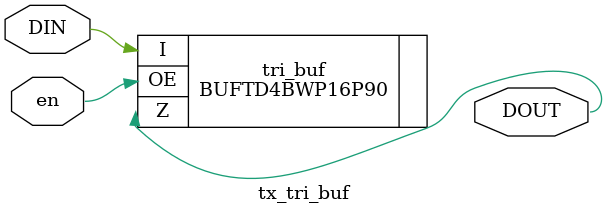
<source format=sv>
module tx_tri_buf(
    input wire logic DIN,
    input wire logic en,
    output wire logic DOUT 
);

BUFTD4BWP16P90 tri_buf (
		        // user-provided signals
		        .I(DIN), // Input
		        .Z(DOUT), // Output
		        .OE(en) 
	        );

endmodule
</source>
